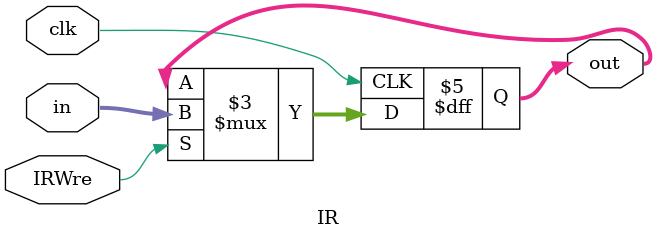
<source format=sv>
`timescale 1ns / 1ps


module IR(
    input  logic        clk,
    input  logic [31:0] in,
    input  logic        IRWre,
    output logic [31:0] out
    );

    always_ff @ (posedge clk)
    begin
        if(IRWre)
            out <= in;
        else
            out <= out;
    end

endmodule

</source>
